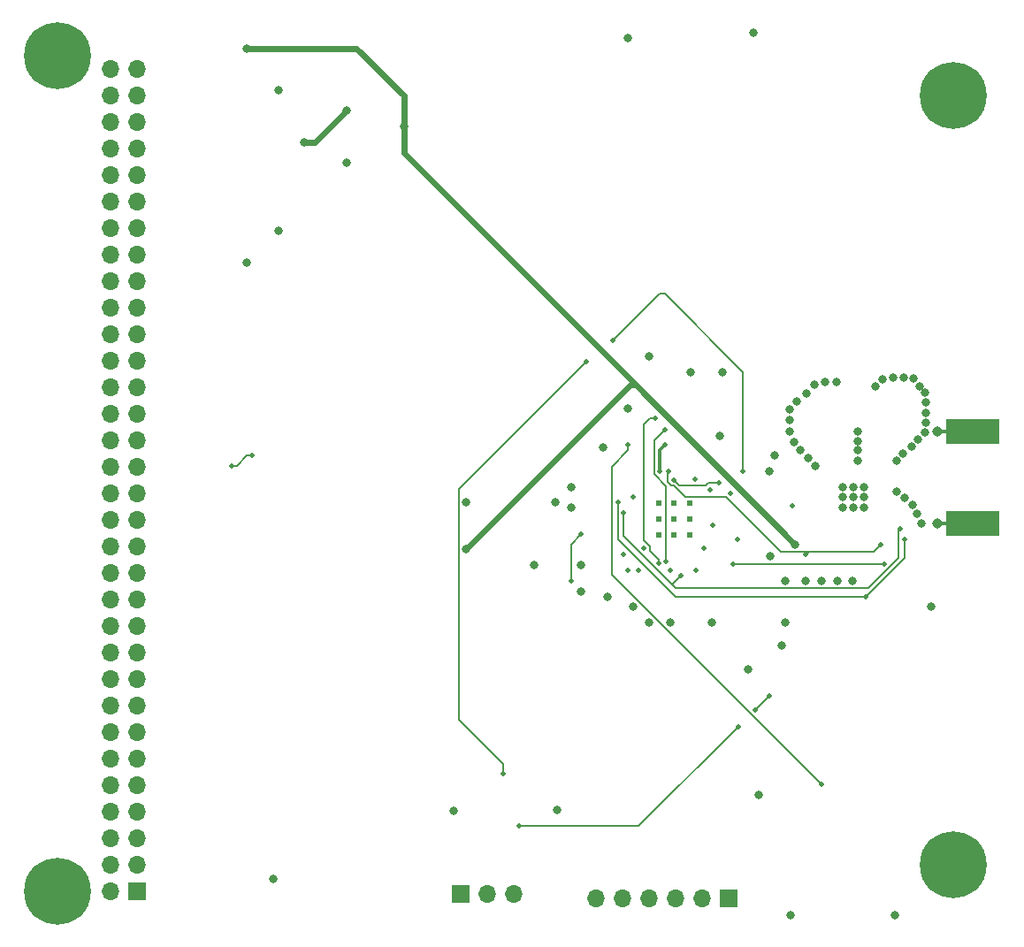
<source format=gbl>
G04 #@! TF.GenerationSoftware,KiCad,Pcbnew,7.0.9+1*
G04 #@! TF.CreationDate,2024-02-23T15:47:33-08:00*
G04 #@! TF.ProjectId,hsl_radio,68736c5f-7261-4646-996f-2e6b69636164,1*
G04 #@! TF.SameCoordinates,Original*
G04 #@! TF.FileFunction,Copper,L4,Bot*
G04 #@! TF.FilePolarity,Positive*
%FSLAX46Y46*%
G04 Gerber Fmt 4.6, Leading zero omitted, Abs format (unit mm)*
G04 Created by KiCad (PCBNEW 7.0.9+1) date 2024-02-23 15:47:33*
%MOMM*%
%LPD*%
G01*
G04 APERTURE LIST*
G04 #@! TA.AperFunction,ComponentPad*
%ADD10C,0.609600*%
G04 #@! TD*
G04 #@! TA.AperFunction,ComponentPad*
%ADD11R,1.700000X1.700000*%
G04 #@! TD*
G04 #@! TA.AperFunction,ComponentPad*
%ADD12O,1.700000X1.700000*%
G04 #@! TD*
G04 #@! TA.AperFunction,SMDPad,CuDef*
%ADD13R,0.950000X0.460000*%
G04 #@! TD*
G04 #@! TA.AperFunction,SMDPad,CuDef*
%ADD14R,5.080000X2.420000*%
G04 #@! TD*
G04 #@! TA.AperFunction,ComponentPad*
%ADD15C,0.970000*%
G04 #@! TD*
G04 #@! TA.AperFunction,ComponentPad*
%ADD16C,6.400000*%
G04 #@! TD*
G04 #@! TA.AperFunction,ViaPad*
%ADD17C,0.500000*%
G04 #@! TD*
G04 #@! TA.AperFunction,ViaPad*
%ADD18C,0.800000*%
G04 #@! TD*
G04 #@! TA.AperFunction,Conductor*
%ADD19C,0.300000*%
G04 #@! TD*
G04 #@! TA.AperFunction,Conductor*
%ADD20C,0.200000*%
G04 #@! TD*
G04 #@! TA.AperFunction,Conductor*
%ADD21C,0.600000*%
G04 #@! TD*
G04 APERTURE END LIST*
D10*
X142900000Y-68100000D03*
X144400000Y-68100000D03*
X144400000Y-65100000D03*
X142900000Y-65100000D03*
X141400000Y-65100000D03*
X141400000Y-68100000D03*
X144400000Y-66600000D03*
X142900000Y-66600000D03*
X141400000Y-66600000D03*
D11*
X148150000Y-102900000D03*
D12*
X145610000Y-102900000D03*
X143070000Y-102900000D03*
X140530000Y-102900000D03*
X137990000Y-102900000D03*
X135450000Y-102900000D03*
D11*
X122475000Y-102500000D03*
D12*
X125015000Y-102500000D03*
X127555000Y-102500000D03*
D13*
X168510000Y-58240000D03*
D14*
X171500000Y-58240000D03*
D15*
X168060000Y-58240000D03*
D14*
X171500000Y-67000000D03*
D13*
X168510000Y-67000000D03*
D15*
X168060000Y-67000000D03*
D11*
X91500000Y-102200000D03*
D12*
X88960000Y-102200000D03*
X91500000Y-99660000D03*
X88960000Y-99660000D03*
X91500000Y-97120000D03*
X88960000Y-97120000D03*
X91500000Y-94580000D03*
X88960000Y-94580000D03*
X91500000Y-92040000D03*
X88960000Y-92040000D03*
X91500000Y-89500000D03*
X88960000Y-89500000D03*
X91500000Y-86960000D03*
X88960000Y-86960000D03*
X91500000Y-84420000D03*
X88960000Y-84420000D03*
X91500000Y-81880000D03*
X88960000Y-81880000D03*
X91500000Y-79340000D03*
X88960000Y-79340000D03*
X91500000Y-76800000D03*
X88960000Y-76800000D03*
X91500000Y-74260000D03*
X88960000Y-74260000D03*
X91500000Y-71720000D03*
X88960000Y-71720000D03*
X91500000Y-69180000D03*
X88960000Y-69180000D03*
X91500000Y-66640000D03*
X88960000Y-66640000D03*
X91500000Y-64100000D03*
X88960000Y-64100000D03*
X91500000Y-61560000D03*
X88960000Y-61560000D03*
X91500000Y-59020000D03*
X88960000Y-59020000D03*
X91500000Y-56480000D03*
X88960000Y-56480000D03*
X91500000Y-53940000D03*
X88960000Y-53940000D03*
X91500000Y-51400000D03*
X88960000Y-51400000D03*
X91500000Y-48860000D03*
X88960000Y-48860000D03*
X91500000Y-46320000D03*
X88960000Y-46320000D03*
X91500000Y-43780000D03*
X88960000Y-43780000D03*
X91500000Y-41240000D03*
X88960000Y-41240000D03*
X91500000Y-38700000D03*
X88960000Y-38700000D03*
X91500000Y-36160000D03*
X88960000Y-36160000D03*
X91500000Y-33620000D03*
X88960000Y-33620000D03*
X91500000Y-31080000D03*
X88960000Y-31080000D03*
X91500000Y-28540000D03*
X88960000Y-28540000D03*
X91500000Y-26000000D03*
X88960000Y-26000000D03*
X91500000Y-23460000D03*
X88960000Y-23460000D03*
D16*
X169605000Y-99660000D03*
X169605000Y-26000000D03*
X83880000Y-102200000D03*
X83880000Y-22190000D03*
D17*
X146300000Y-63800000D03*
X138000000Y-70000000D03*
X144900000Y-62800000D03*
X142000000Y-59500000D03*
X145700000Y-69400000D03*
X145000000Y-71500000D03*
X139000000Y-64500000D03*
X142500000Y-71500000D03*
X140000000Y-69400000D03*
X146600000Y-67200000D03*
X138500000Y-71500000D03*
X139500000Y-71500000D03*
X141518899Y-61981101D03*
D18*
X164800000Y-60300000D03*
X153500000Y-76500000D03*
X157000000Y-72500000D03*
X166360000Y-53850000D03*
X158500000Y-72500000D03*
X133000000Y-63500000D03*
D17*
X154200000Y-65280000D03*
D18*
X160029807Y-65500000D03*
X160029807Y-64500000D03*
X150500000Y-20000000D03*
X164190000Y-63930000D03*
X159029807Y-63500000D03*
X166910000Y-54500000D03*
X161029807Y-63500000D03*
X147300000Y-58600000D03*
X164840000Y-53030000D03*
D17*
X148950000Y-68500000D03*
D18*
X154350000Y-59230000D03*
X164180000Y-61010000D03*
X146500000Y-76500000D03*
X161029807Y-65500000D03*
X166580000Y-67000000D03*
X160500000Y-58200000D03*
X158410000Y-53470000D03*
X162130000Y-53880000D03*
X159029807Y-64500000D03*
X131500000Y-65000000D03*
X154670000Y-55330000D03*
X136500000Y-74000000D03*
X167010000Y-57370000D03*
X167500000Y-75000000D03*
X153200000Y-78700000D03*
X142500000Y-76500000D03*
X153940000Y-57130000D03*
X157310000Y-53450000D03*
X104500000Y-101000000D03*
X153990000Y-56060000D03*
X166980000Y-55420000D03*
X166980000Y-56400000D03*
X138500000Y-20500000D03*
X139000000Y-75000000D03*
X156330000Y-53740000D03*
X166170000Y-66090000D03*
X160000000Y-72500000D03*
X166260000Y-58940000D03*
X155540000Y-54520000D03*
X162810000Y-53200000D03*
X165620000Y-59630000D03*
X134000000Y-73500000D03*
X153920000Y-58210000D03*
X161029807Y-64500000D03*
X147500000Y-52500000D03*
X105000000Y-25500000D03*
X164000000Y-104500000D03*
X111500000Y-32500000D03*
X140500000Y-76500000D03*
X164933377Y-64526257D03*
X140500000Y-51025000D03*
X152000000Y-62000000D03*
X155010000Y-59960000D03*
X153500000Y-72500000D03*
X163850000Y-53020000D03*
X165790000Y-53150000D03*
X160500000Y-60000000D03*
X144500000Y-52500000D03*
X166920000Y-58260000D03*
X152100000Y-70100000D03*
X131700000Y-94400000D03*
X160500000Y-61000000D03*
X136100000Y-59700000D03*
X129500000Y-71000000D03*
X156440000Y-61480000D03*
X160029807Y-63500000D03*
X159029807Y-65500000D03*
X165760000Y-65260000D03*
X160500000Y-59100000D03*
X155760000Y-60750000D03*
D17*
X148250000Y-64100000D03*
D18*
X102000000Y-42000000D03*
X105000000Y-39000000D03*
X134000000Y-71000000D03*
X152500000Y-60500000D03*
X154000000Y-104500000D03*
X151000000Y-93000000D03*
X121800000Y-94500000D03*
X155500000Y-72500000D03*
X123000000Y-65000000D03*
X138500000Y-56000000D03*
X133000000Y-65500000D03*
X150000000Y-81000000D03*
D17*
X163000000Y-70900000D03*
X148501459Y-70912071D03*
X134500000Y-51500000D03*
X137000000Y-49500000D03*
X142850500Y-62838556D03*
X149500000Y-62000000D03*
X147200000Y-63100000D03*
X126500000Y-91000000D03*
X138049500Y-66000000D03*
X164500000Y-67500000D03*
X143500000Y-72000000D03*
X161243504Y-74000000D03*
X164950500Y-68500000D03*
X137500000Y-65000000D03*
D18*
X111500000Y-27500000D03*
X107500000Y-30500000D03*
X117000000Y-29000000D03*
X102000000Y-21500000D03*
X123000000Y-69500000D03*
X154500000Y-69000000D03*
D17*
X162700000Y-69000000D03*
X128075000Y-96000000D03*
X150638556Y-84861444D03*
X152000000Y-83500000D03*
X142361444Y-62000000D03*
X155500000Y-70000000D03*
X149000000Y-86500000D03*
X157000000Y-92000000D03*
X138500000Y-59500000D03*
X141401344Y-70802050D03*
X141049500Y-56965364D03*
X142118899Y-70618899D03*
X142000000Y-58000000D03*
X134000000Y-68000000D03*
X133000000Y-72500000D03*
X100500000Y-61500000D03*
X102500000Y-60500000D03*
D19*
X141500000Y-60000000D02*
X141500000Y-62000000D01*
X142000000Y-59500000D02*
X141500000Y-60000000D01*
X141500000Y-62000000D02*
X141518899Y-61981101D01*
D20*
X148513530Y-70900000D02*
X163000000Y-70900000D01*
X148501459Y-70912071D02*
X148513530Y-70900000D01*
X134500000Y-51500000D02*
X122300000Y-63700000D01*
X145950000Y-63350000D02*
X146200000Y-63100000D01*
X141500000Y-45000000D02*
X137000000Y-49500000D01*
X126500000Y-90000000D02*
X126500000Y-91000000D01*
X122300000Y-85800000D02*
X126500000Y-90000000D01*
X143361944Y-63350000D02*
X145950000Y-63350000D01*
X149500000Y-62000000D02*
X149500000Y-52500000D01*
X142000000Y-45000000D02*
X141500000Y-45000000D01*
X122300000Y-63700000D02*
X122300000Y-85800000D01*
X146200000Y-63100000D02*
X147200000Y-63100000D01*
X149500000Y-52500000D02*
X142000000Y-45000000D01*
X142850500Y-62838556D02*
X143361944Y-63350000D01*
X138049500Y-68227318D02*
X142661091Y-72838909D01*
X161477818Y-73200000D02*
X164400500Y-70277318D01*
X164400500Y-70277318D02*
X164400500Y-67599500D01*
X164400500Y-67599500D02*
X164500000Y-67500000D01*
X143022182Y-73200000D02*
X161477818Y-73200000D01*
X142661091Y-72838909D02*
X143022182Y-73200000D01*
X138049500Y-66000000D02*
X138049500Y-68227318D01*
X143500000Y-72000000D02*
X142661091Y-72838909D01*
X143000000Y-74000000D02*
X161243504Y-74000000D01*
X137500000Y-68500000D02*
X143000000Y-74000000D01*
X164950500Y-70293004D02*
X164950500Y-68500000D01*
X161243504Y-74000000D02*
X164950500Y-70293004D01*
X137500000Y-65000000D02*
X137500000Y-68500000D01*
D21*
X108500000Y-30500000D02*
X107500000Y-30500000D01*
X111500000Y-27500000D02*
X108500000Y-30500000D01*
X117000000Y-31500000D02*
X139250000Y-53750000D01*
X123000000Y-69500000D02*
X138750000Y-53750000D01*
X117000000Y-29000000D02*
X117000000Y-31500000D01*
X112500000Y-21500000D02*
X117000000Y-26000000D01*
X102000000Y-21500000D02*
X112500000Y-21500000D01*
X138750000Y-53750000D02*
X139250000Y-53750000D01*
X139250000Y-53750000D02*
X154500000Y-69000000D01*
X117000000Y-26000000D02*
X117000000Y-29000000D01*
D20*
X152000000Y-83500000D02*
X151000000Y-84500000D01*
X142834814Y-63388556D02*
X143941458Y-64495200D01*
X142300500Y-62060944D02*
X142300500Y-63066374D01*
X153072182Y-69700000D02*
X156000000Y-69700000D01*
X142361444Y-62000000D02*
X142300500Y-62060944D01*
X142622682Y-63388556D02*
X142834814Y-63388556D01*
X143941458Y-64495200D02*
X147867382Y-64495200D01*
X155800000Y-69700000D02*
X155500000Y-70000000D01*
X162000000Y-69700000D02*
X162700000Y-69000000D01*
X139500000Y-96000000D02*
X128075000Y-96000000D01*
X147867382Y-64495200D02*
X153072182Y-69700000D01*
X156000000Y-69700000D02*
X162000000Y-69700000D01*
X156000000Y-69700000D02*
X155800000Y-69700000D01*
X151000000Y-84500000D02*
X150638556Y-84861444D01*
X142300500Y-63066374D02*
X142622682Y-63388556D01*
X149000000Y-86500000D02*
X139500000Y-96000000D01*
X136950000Y-71950000D02*
X157000000Y-92000000D01*
X136950000Y-61550000D02*
X136950000Y-71950000D01*
X138500000Y-59500000D02*
X138500000Y-60000000D01*
X138500000Y-60000000D02*
X136950000Y-61550000D01*
X140000000Y-57500000D02*
X140000000Y-68622182D01*
X141401344Y-70479162D02*
X141401344Y-70802050D01*
X140550000Y-69627818D02*
X141401344Y-70479162D01*
X140534636Y-56965364D02*
X140000000Y-57500000D01*
X140000000Y-68622182D02*
X140550000Y-69172182D01*
X141049500Y-56965364D02*
X140534636Y-56965364D01*
X140550000Y-69172182D02*
X140550000Y-69627818D01*
X140968899Y-59031101D02*
X140968899Y-62300459D01*
X142118899Y-63450459D02*
X142118899Y-70618899D01*
X140968899Y-62300459D02*
X142118899Y-63450459D01*
X142000000Y-58000000D02*
X140968899Y-59031101D01*
X134000000Y-68000000D02*
X133000000Y-69000000D01*
X133000000Y-69000000D02*
X133000000Y-72500000D01*
X100500000Y-61500000D02*
X101000000Y-61500000D01*
X101000000Y-61500000D02*
X102000000Y-60500000D01*
X102000000Y-60500000D02*
X102500000Y-60500000D01*
M02*

</source>
